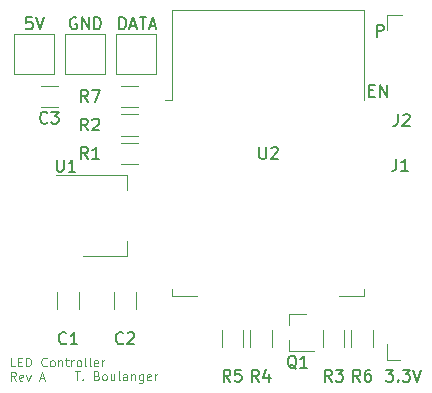
<source format=gbr>
%TF.GenerationSoftware,KiCad,Pcbnew,(5.1.9)-1*%
%TF.CreationDate,2021-10-08T16:41:08-07:00*%
%TF.ProjectId,LED-Controller-ESP-12F,4c45442d-436f-46e7-9472-6f6c6c65722d,A*%
%TF.SameCoordinates,Original*%
%TF.FileFunction,Legend,Top*%
%TF.FilePolarity,Positive*%
%FSLAX46Y46*%
G04 Gerber Fmt 4.6, Leading zero omitted, Abs format (unit mm)*
G04 Created by KiCad (PCBNEW (5.1.9)-1) date 2021-10-08 16:41:08*
%MOMM*%
%LPD*%
G01*
G04 APERTURE LIST*
%ADD10C,0.075000*%
%ADD11C,0.150000*%
%ADD12C,0.120000*%
G04 APERTURE END LIST*
D10*
X111880178Y-130462785D02*
X112308750Y-130462785D01*
X112094464Y-131212785D02*
X112094464Y-130462785D01*
X112558750Y-131141357D02*
X112594464Y-131177071D01*
X112558750Y-131212785D01*
X112523035Y-131177071D01*
X112558750Y-131141357D01*
X112558750Y-131212785D01*
X113737321Y-130819928D02*
X113844464Y-130855642D01*
X113880178Y-130891357D01*
X113915892Y-130962785D01*
X113915892Y-131069928D01*
X113880178Y-131141357D01*
X113844464Y-131177071D01*
X113773035Y-131212785D01*
X113487321Y-131212785D01*
X113487321Y-130462785D01*
X113737321Y-130462785D01*
X113808750Y-130498500D01*
X113844464Y-130534214D01*
X113880178Y-130605642D01*
X113880178Y-130677071D01*
X113844464Y-130748500D01*
X113808750Y-130784214D01*
X113737321Y-130819928D01*
X113487321Y-130819928D01*
X114344464Y-131212785D02*
X114273035Y-131177071D01*
X114237321Y-131141357D01*
X114201607Y-131069928D01*
X114201607Y-130855642D01*
X114237321Y-130784214D01*
X114273035Y-130748500D01*
X114344464Y-130712785D01*
X114451607Y-130712785D01*
X114523035Y-130748500D01*
X114558750Y-130784214D01*
X114594464Y-130855642D01*
X114594464Y-131069928D01*
X114558750Y-131141357D01*
X114523035Y-131177071D01*
X114451607Y-131212785D01*
X114344464Y-131212785D01*
X115237321Y-130712785D02*
X115237321Y-131212785D01*
X114915892Y-130712785D02*
X114915892Y-131105642D01*
X114951607Y-131177071D01*
X115023035Y-131212785D01*
X115130178Y-131212785D01*
X115201607Y-131177071D01*
X115237321Y-131141357D01*
X115701607Y-131212785D02*
X115630178Y-131177071D01*
X115594464Y-131105642D01*
X115594464Y-130462785D01*
X116308750Y-131212785D02*
X116308750Y-130819928D01*
X116273035Y-130748500D01*
X116201607Y-130712785D01*
X116058750Y-130712785D01*
X115987321Y-130748500D01*
X116308750Y-131177071D02*
X116237321Y-131212785D01*
X116058750Y-131212785D01*
X115987321Y-131177071D01*
X115951607Y-131105642D01*
X115951607Y-131034214D01*
X115987321Y-130962785D01*
X116058750Y-130927071D01*
X116237321Y-130927071D01*
X116308750Y-130891357D01*
X116665892Y-130712785D02*
X116665892Y-131212785D01*
X116665892Y-130784214D02*
X116701607Y-130748500D01*
X116773035Y-130712785D01*
X116880178Y-130712785D01*
X116951607Y-130748500D01*
X116987321Y-130819928D01*
X116987321Y-131212785D01*
X117665892Y-130712785D02*
X117665892Y-131319928D01*
X117630178Y-131391357D01*
X117594464Y-131427071D01*
X117523035Y-131462785D01*
X117415892Y-131462785D01*
X117344464Y-131427071D01*
X117665892Y-131177071D02*
X117594464Y-131212785D01*
X117451607Y-131212785D01*
X117380178Y-131177071D01*
X117344464Y-131141357D01*
X117308750Y-131069928D01*
X117308750Y-130855642D01*
X117344464Y-130784214D01*
X117380178Y-130748500D01*
X117451607Y-130712785D01*
X117594464Y-130712785D01*
X117665892Y-130748500D01*
X118308750Y-131177071D02*
X118237321Y-131212785D01*
X118094464Y-131212785D01*
X118023035Y-131177071D01*
X117987321Y-131105642D01*
X117987321Y-130819928D01*
X118023035Y-130748500D01*
X118094464Y-130712785D01*
X118237321Y-130712785D01*
X118308750Y-130748500D01*
X118344464Y-130819928D01*
X118344464Y-130891357D01*
X117987321Y-130962785D01*
X118665892Y-131212785D02*
X118665892Y-130712785D01*
X118665892Y-130855642D02*
X118701607Y-130784214D01*
X118737321Y-130748500D01*
X118808750Y-130712785D01*
X118880178Y-130712785D01*
X106819964Y-130041285D02*
X106462821Y-130041285D01*
X106462821Y-129291285D01*
X107069964Y-129648428D02*
X107319964Y-129648428D01*
X107427107Y-130041285D02*
X107069964Y-130041285D01*
X107069964Y-129291285D01*
X107427107Y-129291285D01*
X107748535Y-130041285D02*
X107748535Y-129291285D01*
X107927107Y-129291285D01*
X108034250Y-129327000D01*
X108105678Y-129398428D01*
X108141392Y-129469857D01*
X108177107Y-129612714D01*
X108177107Y-129719857D01*
X108141392Y-129862714D01*
X108105678Y-129934142D01*
X108034250Y-130005571D01*
X107927107Y-130041285D01*
X107748535Y-130041285D01*
X109498535Y-129969857D02*
X109462821Y-130005571D01*
X109355678Y-130041285D01*
X109284250Y-130041285D01*
X109177107Y-130005571D01*
X109105678Y-129934142D01*
X109069964Y-129862714D01*
X109034250Y-129719857D01*
X109034250Y-129612714D01*
X109069964Y-129469857D01*
X109105678Y-129398428D01*
X109177107Y-129327000D01*
X109284250Y-129291285D01*
X109355678Y-129291285D01*
X109462821Y-129327000D01*
X109498535Y-129362714D01*
X109927107Y-130041285D02*
X109855678Y-130005571D01*
X109819964Y-129969857D01*
X109784250Y-129898428D01*
X109784250Y-129684142D01*
X109819964Y-129612714D01*
X109855678Y-129577000D01*
X109927107Y-129541285D01*
X110034250Y-129541285D01*
X110105678Y-129577000D01*
X110141392Y-129612714D01*
X110177107Y-129684142D01*
X110177107Y-129898428D01*
X110141392Y-129969857D01*
X110105678Y-130005571D01*
X110034250Y-130041285D01*
X109927107Y-130041285D01*
X110498535Y-129541285D02*
X110498535Y-130041285D01*
X110498535Y-129612714D02*
X110534250Y-129577000D01*
X110605678Y-129541285D01*
X110712821Y-129541285D01*
X110784250Y-129577000D01*
X110819964Y-129648428D01*
X110819964Y-130041285D01*
X111069964Y-129541285D02*
X111355678Y-129541285D01*
X111177107Y-129291285D02*
X111177107Y-129934142D01*
X111212821Y-130005571D01*
X111284250Y-130041285D01*
X111355678Y-130041285D01*
X111605678Y-130041285D02*
X111605678Y-129541285D01*
X111605678Y-129684142D02*
X111641392Y-129612714D01*
X111677107Y-129577000D01*
X111748535Y-129541285D01*
X111819964Y-129541285D01*
X112177107Y-130041285D02*
X112105678Y-130005571D01*
X112069964Y-129969857D01*
X112034250Y-129898428D01*
X112034250Y-129684142D01*
X112069964Y-129612714D01*
X112105678Y-129577000D01*
X112177107Y-129541285D01*
X112284250Y-129541285D01*
X112355678Y-129577000D01*
X112391392Y-129612714D01*
X112427107Y-129684142D01*
X112427107Y-129898428D01*
X112391392Y-129969857D01*
X112355678Y-130005571D01*
X112284250Y-130041285D01*
X112177107Y-130041285D01*
X112855678Y-130041285D02*
X112784250Y-130005571D01*
X112748535Y-129934142D01*
X112748535Y-129291285D01*
X113248535Y-130041285D02*
X113177107Y-130005571D01*
X113141392Y-129934142D01*
X113141392Y-129291285D01*
X113819964Y-130005571D02*
X113748535Y-130041285D01*
X113605678Y-130041285D01*
X113534250Y-130005571D01*
X113498535Y-129934142D01*
X113498535Y-129648428D01*
X113534250Y-129577000D01*
X113605678Y-129541285D01*
X113748535Y-129541285D01*
X113819964Y-129577000D01*
X113855678Y-129648428D01*
X113855678Y-129719857D01*
X113498535Y-129791285D01*
X114177107Y-130041285D02*
X114177107Y-129541285D01*
X114177107Y-129684142D02*
X114212821Y-129612714D01*
X114248535Y-129577000D01*
X114319964Y-129541285D01*
X114391392Y-129541285D01*
X106891392Y-131241285D02*
X106641392Y-130884142D01*
X106462821Y-131241285D02*
X106462821Y-130491285D01*
X106748535Y-130491285D01*
X106819964Y-130527000D01*
X106855678Y-130562714D01*
X106891392Y-130634142D01*
X106891392Y-130741285D01*
X106855678Y-130812714D01*
X106819964Y-130848428D01*
X106748535Y-130884142D01*
X106462821Y-130884142D01*
X107498535Y-131205571D02*
X107427107Y-131241285D01*
X107284250Y-131241285D01*
X107212821Y-131205571D01*
X107177107Y-131134142D01*
X107177107Y-130848428D01*
X107212821Y-130777000D01*
X107284250Y-130741285D01*
X107427107Y-130741285D01*
X107498535Y-130777000D01*
X107534250Y-130848428D01*
X107534250Y-130919857D01*
X107177107Y-130991285D01*
X107784250Y-130741285D02*
X107962821Y-131241285D01*
X108141392Y-130741285D01*
X108962821Y-131027000D02*
X109319964Y-131027000D01*
X108891392Y-131241285D02*
X109141392Y-130491285D01*
X109391392Y-131241285D01*
D11*
X138223809Y-130325880D02*
X138842857Y-130325880D01*
X138509523Y-130706833D01*
X138652380Y-130706833D01*
X138747619Y-130754452D01*
X138795238Y-130802071D01*
X138842857Y-130897309D01*
X138842857Y-131135404D01*
X138795238Y-131230642D01*
X138747619Y-131278261D01*
X138652380Y-131325880D01*
X138366666Y-131325880D01*
X138271428Y-131278261D01*
X138223809Y-131230642D01*
X139271428Y-131230642D02*
X139319047Y-131278261D01*
X139271428Y-131325880D01*
X139223809Y-131278261D01*
X139271428Y-131230642D01*
X139271428Y-131325880D01*
X139652380Y-130325880D02*
X140271428Y-130325880D01*
X139938095Y-130706833D01*
X140080952Y-130706833D01*
X140176190Y-130754452D01*
X140223809Y-130802071D01*
X140271428Y-130897309D01*
X140271428Y-131135404D01*
X140223809Y-131230642D01*
X140176190Y-131278261D01*
X140080952Y-131325880D01*
X139795238Y-131325880D01*
X139700000Y-131278261D01*
X139652380Y-131230642D01*
X140557142Y-130325880D02*
X140890476Y-131325880D01*
X141223809Y-130325880D01*
X115657500Y-101480880D02*
X115657500Y-100480880D01*
X115895595Y-100480880D01*
X116038452Y-100528500D01*
X116133690Y-100623738D01*
X116181309Y-100718976D01*
X116228928Y-100909452D01*
X116228928Y-101052309D01*
X116181309Y-101242785D01*
X116133690Y-101338023D01*
X116038452Y-101433261D01*
X115895595Y-101480880D01*
X115657500Y-101480880D01*
X116609880Y-101195166D02*
X117086071Y-101195166D01*
X116514642Y-101480880D02*
X116847976Y-100480880D01*
X117181309Y-101480880D01*
X117371785Y-100480880D02*
X117943214Y-100480880D01*
X117657500Y-101480880D02*
X117657500Y-100480880D01*
X118228928Y-101195166D02*
X118705119Y-101195166D01*
X118133690Y-101480880D02*
X118467023Y-100480880D01*
X118800357Y-101480880D01*
X112014095Y-100528500D02*
X111918857Y-100480880D01*
X111776000Y-100480880D01*
X111633142Y-100528500D01*
X111537904Y-100623738D01*
X111490285Y-100718976D01*
X111442666Y-100909452D01*
X111442666Y-101052309D01*
X111490285Y-101242785D01*
X111537904Y-101338023D01*
X111633142Y-101433261D01*
X111776000Y-101480880D01*
X111871238Y-101480880D01*
X112014095Y-101433261D01*
X112061714Y-101385642D01*
X112061714Y-101052309D01*
X111871238Y-101052309D01*
X112490285Y-101480880D02*
X112490285Y-100480880D01*
X113061714Y-101480880D01*
X113061714Y-100480880D01*
X113537904Y-101480880D02*
X113537904Y-100480880D01*
X113776000Y-100480880D01*
X113918857Y-100528500D01*
X114014095Y-100623738D01*
X114061714Y-100718976D01*
X114109333Y-100909452D01*
X114109333Y-101052309D01*
X114061714Y-101242785D01*
X114014095Y-101338023D01*
X113918857Y-101433261D01*
X113776000Y-101480880D01*
X113537904Y-101480880D01*
X108267523Y-100480880D02*
X107791333Y-100480880D01*
X107743714Y-100957071D01*
X107791333Y-100909452D01*
X107886571Y-100861833D01*
X108124666Y-100861833D01*
X108219904Y-100909452D01*
X108267523Y-100957071D01*
X108315142Y-101052309D01*
X108315142Y-101290404D01*
X108267523Y-101385642D01*
X108219904Y-101433261D01*
X108124666Y-101480880D01*
X107886571Y-101480880D01*
X107791333Y-101433261D01*
X107743714Y-101385642D01*
X108600857Y-100480880D02*
X108934190Y-101480880D01*
X109267523Y-100480880D01*
X136802904Y-106672071D02*
X137136238Y-106672071D01*
X137279095Y-107195880D02*
X136802904Y-107195880D01*
X136802904Y-106195880D01*
X137279095Y-106195880D01*
X137707666Y-107195880D02*
X137707666Y-106195880D01*
X138279095Y-107195880D01*
X138279095Y-106195880D01*
X137469595Y-102115880D02*
X137469595Y-101115880D01*
X137850547Y-101115880D01*
X137945785Y-101163500D01*
X137993404Y-101211119D01*
X138041023Y-101306357D01*
X138041023Y-101449214D01*
X137993404Y-101544452D01*
X137945785Y-101592071D01*
X137850547Y-101639690D01*
X137469595Y-101639690D01*
D12*
%TO.C,J1*%
X139446000Y-129473000D02*
X138336000Y-129473000D01*
X138336000Y-129473000D02*
X138336000Y-128143000D01*
%TO.C,J2*%
X138303000Y-100330000D02*
X139573000Y-100330000D01*
X138303000Y-101600000D02*
X138303000Y-100330000D01*
%TO.C,R7*%
X115793436Y-108098000D02*
X117247564Y-108098000D01*
X115793436Y-106278000D02*
X117247564Y-106278000D01*
%TO.C,R6*%
X135297500Y-126971436D02*
X135297500Y-128425564D01*
X137117500Y-126971436D02*
X137117500Y-128425564D01*
%TO.C,R5*%
X126132000Y-128427564D02*
X126132000Y-126973436D01*
X124312000Y-128427564D02*
X124312000Y-126973436D01*
%TO.C,R4*%
X128545000Y-128427564D02*
X128545000Y-126973436D01*
X126725000Y-128427564D02*
X126725000Y-126973436D01*
%TO.C,R3*%
X134704500Y-128427564D02*
X134704500Y-126973436D01*
X132884500Y-128427564D02*
X132884500Y-126973436D01*
%TO.C,R2*%
X115793436Y-110511000D02*
X117247564Y-110511000D01*
X115793436Y-108691000D02*
X117247564Y-108691000D01*
%TO.C,R1*%
X115793436Y-112924000D02*
X117247564Y-112924000D01*
X115793436Y-111104000D02*
X117247564Y-111104000D01*
%TO.C,U1*%
X116337000Y-120694500D02*
X116337000Y-119434500D01*
X116337000Y-113874500D02*
X116337000Y-115134500D01*
X112577000Y-120694500D02*
X116337000Y-120694500D01*
X110327000Y-113874500D02*
X116337000Y-113874500D01*
%TO.C,C2*%
X117051500Y-123748748D02*
X117051500Y-125171252D01*
X115231500Y-123748748D02*
X115231500Y-125171252D01*
%TO.C,C1*%
X112225500Y-123748748D02*
X112225500Y-125171252D01*
X110405500Y-123748748D02*
X110405500Y-125171252D01*
%TO.C,Q1*%
X129986500Y-125610500D02*
X131446500Y-125610500D01*
X129986500Y-128770500D02*
X132146500Y-128770500D01*
X129986500Y-128770500D02*
X129986500Y-127840500D01*
X129986500Y-125610500D02*
X129986500Y-126540500D01*
%TO.C,TP1*%
X106758000Y-101868500D02*
X110158000Y-101868500D01*
X110158000Y-101868500D02*
X110158000Y-105268500D01*
X110158000Y-105268500D02*
X106758000Y-105268500D01*
X106758000Y-105268500D02*
X106758000Y-101868500D01*
%TO.C,TP2*%
X111076000Y-105268500D02*
X111076000Y-101868500D01*
X114476000Y-105268500D02*
X111076000Y-105268500D01*
X114476000Y-101868500D02*
X114476000Y-105268500D01*
X111076000Y-101868500D02*
X114476000Y-101868500D01*
%TO.C,TP3*%
X115394000Y-105268500D02*
X115394000Y-101868500D01*
X118794000Y-105268500D02*
X115394000Y-105268500D01*
X118794000Y-101868500D02*
X118794000Y-105268500D01*
X115394000Y-101868500D02*
X118794000Y-101868500D01*
%TO.C,U2*%
X120144501Y-107483501D02*
X119534501Y-107483501D01*
X120144501Y-107483501D02*
X120144501Y-99863501D01*
X120144501Y-124103501D02*
X120144501Y-123483501D01*
X122264501Y-124103501D02*
X120144501Y-124103501D01*
X136384501Y-124103501D02*
X134264501Y-124103501D01*
X136384501Y-123483501D02*
X136384501Y-124103501D01*
X136384501Y-99863501D02*
X136384501Y-107483501D01*
X120144501Y-99863501D02*
X136384501Y-99863501D01*
%TO.C,C3*%
X109041748Y-106278000D02*
X110464252Y-106278000D01*
X109041748Y-108098000D02*
X110464252Y-108098000D01*
%TO.C,J1*%
D11*
X139112666Y-112482380D02*
X139112666Y-113196666D01*
X139065047Y-113339523D01*
X138969809Y-113434761D01*
X138826952Y-113482380D01*
X138731714Y-113482380D01*
X140112666Y-113482380D02*
X139541238Y-113482380D01*
X139826952Y-113482380D02*
X139826952Y-112482380D01*
X139731714Y-112625238D01*
X139636476Y-112720476D01*
X139541238Y-112768095D01*
%TO.C,J2*%
X139239666Y-108672380D02*
X139239666Y-109386666D01*
X139192047Y-109529523D01*
X139096809Y-109624761D01*
X138953952Y-109672380D01*
X138858714Y-109672380D01*
X139668238Y-108767619D02*
X139715857Y-108720000D01*
X139811095Y-108672380D01*
X140049190Y-108672380D01*
X140144428Y-108720000D01*
X140192047Y-108767619D01*
X140239666Y-108862857D01*
X140239666Y-108958095D01*
X140192047Y-109100952D01*
X139620619Y-109672380D01*
X140239666Y-109672380D01*
%TO.C,R7*%
X112990333Y-107640380D02*
X112657000Y-107164190D01*
X112418904Y-107640380D02*
X112418904Y-106640380D01*
X112799857Y-106640380D01*
X112895095Y-106688000D01*
X112942714Y-106735619D01*
X112990333Y-106830857D01*
X112990333Y-106973714D01*
X112942714Y-107068952D01*
X112895095Y-107116571D01*
X112799857Y-107164190D01*
X112418904Y-107164190D01*
X113323666Y-106640380D02*
X113990333Y-106640380D01*
X113561761Y-107640380D01*
%TO.C,R6*%
X136040833Y-131325880D02*
X135707500Y-130849690D01*
X135469404Y-131325880D02*
X135469404Y-130325880D01*
X135850357Y-130325880D01*
X135945595Y-130373500D01*
X135993214Y-130421119D01*
X136040833Y-130516357D01*
X136040833Y-130659214D01*
X135993214Y-130754452D01*
X135945595Y-130802071D01*
X135850357Y-130849690D01*
X135469404Y-130849690D01*
X136897976Y-130325880D02*
X136707500Y-130325880D01*
X136612261Y-130373500D01*
X136564642Y-130421119D01*
X136469404Y-130563976D01*
X136421785Y-130754452D01*
X136421785Y-131135404D01*
X136469404Y-131230642D01*
X136517023Y-131278261D01*
X136612261Y-131325880D01*
X136802738Y-131325880D01*
X136897976Y-131278261D01*
X136945595Y-131230642D01*
X136993214Y-131135404D01*
X136993214Y-130897309D01*
X136945595Y-130802071D01*
X136897976Y-130754452D01*
X136802738Y-130706833D01*
X136612261Y-130706833D01*
X136517023Y-130754452D01*
X136469404Y-130802071D01*
X136421785Y-130897309D01*
%TO.C,R5*%
X125055333Y-131325880D02*
X124722000Y-130849690D01*
X124483904Y-131325880D02*
X124483904Y-130325880D01*
X124864857Y-130325880D01*
X124960095Y-130373500D01*
X125007714Y-130421119D01*
X125055333Y-130516357D01*
X125055333Y-130659214D01*
X125007714Y-130754452D01*
X124960095Y-130802071D01*
X124864857Y-130849690D01*
X124483904Y-130849690D01*
X125960095Y-130325880D02*
X125483904Y-130325880D01*
X125436285Y-130802071D01*
X125483904Y-130754452D01*
X125579142Y-130706833D01*
X125817238Y-130706833D01*
X125912476Y-130754452D01*
X125960095Y-130802071D01*
X126007714Y-130897309D01*
X126007714Y-131135404D01*
X125960095Y-131230642D01*
X125912476Y-131278261D01*
X125817238Y-131325880D01*
X125579142Y-131325880D01*
X125483904Y-131278261D01*
X125436285Y-131230642D01*
%TO.C,R4*%
X127468333Y-131325880D02*
X127135000Y-130849690D01*
X126896904Y-131325880D02*
X126896904Y-130325880D01*
X127277857Y-130325880D01*
X127373095Y-130373500D01*
X127420714Y-130421119D01*
X127468333Y-130516357D01*
X127468333Y-130659214D01*
X127420714Y-130754452D01*
X127373095Y-130802071D01*
X127277857Y-130849690D01*
X126896904Y-130849690D01*
X128325476Y-130659214D02*
X128325476Y-131325880D01*
X128087380Y-130278261D02*
X127849285Y-130992547D01*
X128468333Y-130992547D01*
%TO.C,R3*%
X133627833Y-131325880D02*
X133294500Y-130849690D01*
X133056404Y-131325880D02*
X133056404Y-130325880D01*
X133437357Y-130325880D01*
X133532595Y-130373500D01*
X133580214Y-130421119D01*
X133627833Y-130516357D01*
X133627833Y-130659214D01*
X133580214Y-130754452D01*
X133532595Y-130802071D01*
X133437357Y-130849690D01*
X133056404Y-130849690D01*
X133961166Y-130325880D02*
X134580214Y-130325880D01*
X134246880Y-130706833D01*
X134389738Y-130706833D01*
X134484976Y-130754452D01*
X134532595Y-130802071D01*
X134580214Y-130897309D01*
X134580214Y-131135404D01*
X134532595Y-131230642D01*
X134484976Y-131278261D01*
X134389738Y-131325880D01*
X134104023Y-131325880D01*
X134008785Y-131278261D01*
X133961166Y-131230642D01*
%TO.C,R2*%
X112990333Y-110053380D02*
X112657000Y-109577190D01*
X112418904Y-110053380D02*
X112418904Y-109053380D01*
X112799857Y-109053380D01*
X112895095Y-109101000D01*
X112942714Y-109148619D01*
X112990333Y-109243857D01*
X112990333Y-109386714D01*
X112942714Y-109481952D01*
X112895095Y-109529571D01*
X112799857Y-109577190D01*
X112418904Y-109577190D01*
X113371285Y-109148619D02*
X113418904Y-109101000D01*
X113514142Y-109053380D01*
X113752238Y-109053380D01*
X113847476Y-109101000D01*
X113895095Y-109148619D01*
X113942714Y-109243857D01*
X113942714Y-109339095D01*
X113895095Y-109481952D01*
X113323666Y-110053380D01*
X113942714Y-110053380D01*
%TO.C,R1*%
X112990333Y-112466380D02*
X112657000Y-111990190D01*
X112418904Y-112466380D02*
X112418904Y-111466380D01*
X112799857Y-111466380D01*
X112895095Y-111514000D01*
X112942714Y-111561619D01*
X112990333Y-111656857D01*
X112990333Y-111799714D01*
X112942714Y-111894952D01*
X112895095Y-111942571D01*
X112799857Y-111990190D01*
X112418904Y-111990190D01*
X113942714Y-112466380D02*
X113371285Y-112466380D01*
X113657000Y-112466380D02*
X113657000Y-111466380D01*
X113561761Y-111609238D01*
X113466523Y-111704476D01*
X113371285Y-111752095D01*
%TO.C,U1*%
X110363095Y-112545880D02*
X110363095Y-113355404D01*
X110410714Y-113450642D01*
X110458333Y-113498261D01*
X110553571Y-113545880D01*
X110744047Y-113545880D01*
X110839285Y-113498261D01*
X110886904Y-113450642D01*
X110934523Y-113355404D01*
X110934523Y-112545880D01*
X111934523Y-113545880D02*
X111363095Y-113545880D01*
X111648809Y-113545880D02*
X111648809Y-112545880D01*
X111553571Y-112688738D01*
X111458333Y-112783976D01*
X111363095Y-112831595D01*
%TO.C,C2*%
X115974833Y-128055642D02*
X115927214Y-128103261D01*
X115784357Y-128150880D01*
X115689119Y-128150880D01*
X115546261Y-128103261D01*
X115451023Y-128008023D01*
X115403404Y-127912785D01*
X115355785Y-127722309D01*
X115355785Y-127579452D01*
X115403404Y-127388976D01*
X115451023Y-127293738D01*
X115546261Y-127198500D01*
X115689119Y-127150880D01*
X115784357Y-127150880D01*
X115927214Y-127198500D01*
X115974833Y-127246119D01*
X116355785Y-127246119D02*
X116403404Y-127198500D01*
X116498642Y-127150880D01*
X116736738Y-127150880D01*
X116831976Y-127198500D01*
X116879595Y-127246119D01*
X116927214Y-127341357D01*
X116927214Y-127436595D01*
X116879595Y-127579452D01*
X116308166Y-128150880D01*
X116927214Y-128150880D01*
%TO.C,C1*%
X111148833Y-128055642D02*
X111101214Y-128103261D01*
X110958357Y-128150880D01*
X110863119Y-128150880D01*
X110720261Y-128103261D01*
X110625023Y-128008023D01*
X110577404Y-127912785D01*
X110529785Y-127722309D01*
X110529785Y-127579452D01*
X110577404Y-127388976D01*
X110625023Y-127293738D01*
X110720261Y-127198500D01*
X110863119Y-127150880D01*
X110958357Y-127150880D01*
X111101214Y-127198500D01*
X111148833Y-127246119D01*
X112101214Y-128150880D02*
X111529785Y-128150880D01*
X111815500Y-128150880D02*
X111815500Y-127150880D01*
X111720261Y-127293738D01*
X111625023Y-127388976D01*
X111529785Y-127436595D01*
%TO.C,Q1*%
X130651261Y-130238119D02*
X130556023Y-130190500D01*
X130460785Y-130095261D01*
X130317928Y-129952404D01*
X130222690Y-129904785D01*
X130127452Y-129904785D01*
X130175071Y-130142880D02*
X130079833Y-130095261D01*
X129984595Y-130000023D01*
X129936976Y-129809547D01*
X129936976Y-129476214D01*
X129984595Y-129285738D01*
X130079833Y-129190500D01*
X130175071Y-129142880D01*
X130365547Y-129142880D01*
X130460785Y-129190500D01*
X130556023Y-129285738D01*
X130603642Y-129476214D01*
X130603642Y-129809547D01*
X130556023Y-130000023D01*
X130460785Y-130095261D01*
X130365547Y-130142880D01*
X130175071Y-130142880D01*
X131556023Y-130142880D02*
X130984595Y-130142880D01*
X131270309Y-130142880D02*
X131270309Y-129142880D01*
X131175071Y-129285738D01*
X131079833Y-129380976D01*
X130984595Y-129428595D01*
%TO.C,U2*%
X127508095Y-111466380D02*
X127508095Y-112275904D01*
X127555714Y-112371142D01*
X127603333Y-112418761D01*
X127698571Y-112466380D01*
X127889047Y-112466380D01*
X127984285Y-112418761D01*
X128031904Y-112371142D01*
X128079523Y-112275904D01*
X128079523Y-111466380D01*
X128508095Y-111561619D02*
X128555714Y-111514000D01*
X128650952Y-111466380D01*
X128889047Y-111466380D01*
X128984285Y-111514000D01*
X129031904Y-111561619D01*
X129079523Y-111656857D01*
X129079523Y-111752095D01*
X129031904Y-111894952D01*
X128460476Y-112466380D01*
X129079523Y-112466380D01*
%TO.C,C3*%
X109561333Y-109386642D02*
X109513714Y-109434261D01*
X109370857Y-109481880D01*
X109275619Y-109481880D01*
X109132761Y-109434261D01*
X109037523Y-109339023D01*
X108989904Y-109243785D01*
X108942285Y-109053309D01*
X108942285Y-108910452D01*
X108989904Y-108719976D01*
X109037523Y-108624738D01*
X109132761Y-108529500D01*
X109275619Y-108481880D01*
X109370857Y-108481880D01*
X109513714Y-108529500D01*
X109561333Y-108577119D01*
X109894666Y-108481880D02*
X110513714Y-108481880D01*
X110180380Y-108862833D01*
X110323238Y-108862833D01*
X110418476Y-108910452D01*
X110466095Y-108958071D01*
X110513714Y-109053309D01*
X110513714Y-109291404D01*
X110466095Y-109386642D01*
X110418476Y-109434261D01*
X110323238Y-109481880D01*
X110037523Y-109481880D01*
X109942285Y-109434261D01*
X109894666Y-109386642D01*
%TD*%
M02*

</source>
